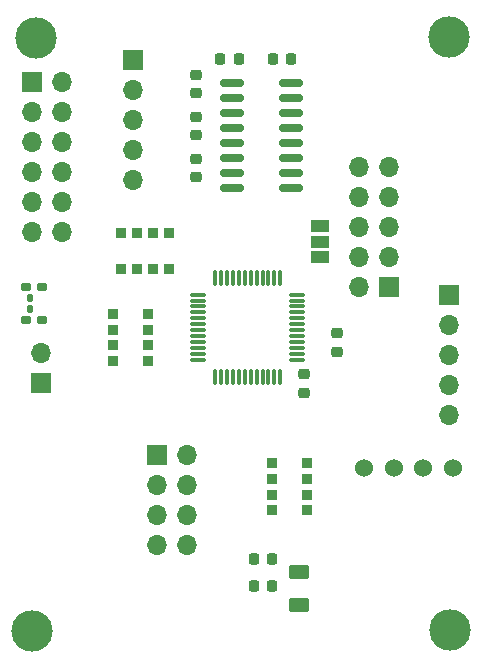
<source format=gbr>
%TF.GenerationSoftware,KiCad,Pcbnew,(6.0.9-0)*%
%TF.CreationDate,2023-01-28T22:02:16-06:00*%
%TF.ProjectId,ps2usb,70733275-7362-42e6-9b69-6361645f7063,rev?*%
%TF.SameCoordinates,Original*%
%TF.FileFunction,Soldermask,Top*%
%TF.FilePolarity,Negative*%
%FSLAX46Y46*%
G04 Gerber Fmt 4.6, Leading zero omitted, Abs format (unit mm)*
G04 Created by KiCad (PCBNEW (6.0.9-0)) date 2023-01-28 22:02:16*
%MOMM*%
%LPD*%
G01*
G04 APERTURE LIST*
G04 Aperture macros list*
%AMRoundRect*
0 Rectangle with rounded corners*
0 $1 Rounding radius*
0 $2 $3 $4 $5 $6 $7 $8 $9 X,Y pos of 4 corners*
0 Add a 4 corners polygon primitive as box body*
4,1,4,$2,$3,$4,$5,$6,$7,$8,$9,$2,$3,0*
0 Add four circle primitives for the rounded corners*
1,1,$1+$1,$2,$3*
1,1,$1+$1,$4,$5*
1,1,$1+$1,$6,$7*
1,1,$1+$1,$8,$9*
0 Add four rect primitives between the rounded corners*
20,1,$1+$1,$2,$3,$4,$5,0*
20,1,$1+$1,$4,$5,$6,$7,0*
20,1,$1+$1,$6,$7,$8,$9,0*
20,1,$1+$1,$8,$9,$2,$3,0*%
G04 Aperture macros list end*
%ADD10C,2.600000*%
%ADD11C,3.500000*%
%ADD12RoundRect,0.225000X-0.250000X0.225000X-0.250000X-0.225000X0.250000X-0.225000X0.250000X0.225000X0*%
%ADD13R,1.700000X1.700000*%
%ADD14O,1.700000X1.700000*%
%ADD15RoundRect,0.150000X0.300000X0.150000X-0.300000X0.150000X-0.300000X-0.150000X0.300000X-0.150000X0*%
%ADD16RoundRect,0.225000X0.250000X-0.225000X0.250000X0.225000X-0.250000X0.225000X-0.250000X-0.225000X0*%
%ADD17RoundRect,0.225000X-0.225000X-0.250000X0.225000X-0.250000X0.225000X0.250000X-0.225000X0.250000X0*%
%ADD18RoundRect,0.137500X0.137500X0.162500X-0.137500X0.162500X-0.137500X-0.162500X0.137500X-0.162500X0*%
%ADD19R,0.900000X0.900000*%
%ADD20C,1.524000*%
%ADD21R,1.500000X1.000000*%
%ADD22O,0.300000X1.400000*%
%ADD23O,1.400000X0.300000*%
%ADD24RoundRect,0.150000X-0.825000X-0.150000X0.825000X-0.150000X0.825000X0.150000X-0.825000X0.150000X0*%
%ADD25RoundRect,0.250000X-0.625000X0.375000X-0.625000X-0.375000X0.625000X-0.375000X0.625000X0.375000X0*%
G04 APERTURE END LIST*
D10*
%TO.C,REF\u002A\u002A*%
X134750000Y-120100000D03*
D11*
X134750000Y-120100000D03*
%TD*%
D12*
%TO.C,C9*%
X113256000Y-80161000D03*
X113256000Y-81711000D03*
%TD*%
D13*
%TO.C,EXT*%
X99375000Y-73700000D03*
D14*
X101915000Y-73700000D03*
X99375000Y-76240000D03*
X101915000Y-76240000D03*
X99375000Y-78780000D03*
X101915000Y-78780000D03*
X99375000Y-81320000D03*
X101915000Y-81320000D03*
X99375000Y-83860000D03*
X101915000Y-83860000D03*
X99375000Y-86400000D03*
X101915000Y-86400000D03*
%TD*%
D15*
%TO.C,*%
X100195000Y-93800000D03*
%TD*%
D16*
%TO.C,C4*%
X125200000Y-96500000D03*
X125200000Y-94950000D03*
%TD*%
D17*
%TO.C,C7*%
X119725000Y-71700000D03*
X121275000Y-71700000D03*
%TD*%
D14*
%TO.C,Keyboard*%
X134650000Y-101835000D03*
X134650000Y-99295000D03*
X134650000Y-96755000D03*
X134650000Y-94215000D03*
D13*
X134650000Y-91675000D03*
%TD*%
D15*
%TO.C,D1*%
X98800000Y-91050000D03*
D18*
X99125000Y-92000000D03*
X99125000Y-92900000D03*
D15*
X98800000Y-93850000D03*
%TD*%
D19*
%TO.C,RN3*%
X106168000Y-93322000D03*
X106168000Y-94662000D03*
X106168000Y-95982000D03*
X106168000Y-97322000D03*
X109168000Y-97322000D03*
X109168000Y-95982000D03*
X109168000Y-94662000D03*
X109168000Y-93322000D03*
%TD*%
D11*
%TO.C,REF\u002A\u002A*%
X99350000Y-120200000D03*
D10*
X99350000Y-120200000D03*
%TD*%
D17*
%TO.C,C1*%
X118097000Y-116332000D03*
X119647000Y-116332000D03*
%TD*%
D13*
%TO.C,USB*%
X109925000Y-105300000D03*
D14*
X112465000Y-105300000D03*
X109925000Y-107840000D03*
X112465000Y-107840000D03*
X109925000Y-110380000D03*
X112465000Y-110380000D03*
X109925000Y-112920000D03*
X112465000Y-112920000D03*
%TD*%
D10*
%TO.C,REF\u002A\u002A*%
X99700000Y-69950000D03*
D11*
X99700000Y-69950000D03*
%TD*%
D20*
%TO.C,Power*%
X127460000Y-106336400D03*
X129960000Y-106336400D03*
X132460000Y-106336400D03*
X134960000Y-106336400D03*
%TD*%
D21*
%TO.C,J1*%
X123700000Y-88500000D03*
X123700000Y-87200000D03*
X123700000Y-85900000D03*
%TD*%
D22*
%TO.C,U1*%
X120352000Y-90235000D03*
X119852000Y-90235000D03*
X119352000Y-90235000D03*
X118852000Y-90235000D03*
X118352000Y-90235000D03*
X117852000Y-90235000D03*
X117352000Y-90235000D03*
X116852000Y-90235000D03*
X116352000Y-90235000D03*
X115852000Y-90235000D03*
X115352000Y-90235000D03*
X114852000Y-90235000D03*
D23*
X113402000Y-91685000D03*
X113402000Y-92185000D03*
X113402000Y-92685000D03*
X113402000Y-93185000D03*
X113402000Y-93685000D03*
X113402000Y-94185000D03*
X113402000Y-94685000D03*
X113402000Y-95185000D03*
X113402000Y-95685000D03*
X113402000Y-96185000D03*
X113402000Y-96685000D03*
X113402000Y-97185000D03*
D22*
X114852000Y-98635000D03*
X115352000Y-98635000D03*
X115852000Y-98635000D03*
X116352000Y-98635000D03*
X116852000Y-98635000D03*
X117352000Y-98635000D03*
X117852000Y-98635000D03*
X118352000Y-98635000D03*
X118852000Y-98635000D03*
X119352000Y-98635000D03*
X119852000Y-98635000D03*
X120352000Y-98635000D03*
D23*
X121802000Y-97185000D03*
X121802000Y-96685000D03*
X121802000Y-96185000D03*
X121802000Y-95685000D03*
X121802000Y-95185000D03*
X121802000Y-94685000D03*
X121802000Y-94185000D03*
X121802000Y-93685000D03*
X121802000Y-93185000D03*
X121802000Y-92685000D03*
X121802000Y-92185000D03*
X121802000Y-91685000D03*
%TD*%
D19*
%TO.C,RN2*%
X122630000Y-109950000D03*
X122630000Y-108610000D03*
X122630000Y-107290000D03*
X122630000Y-105950000D03*
X119630000Y-105950000D03*
X119630000Y-107290000D03*
X119630000Y-108610000D03*
X119630000Y-109950000D03*
%TD*%
D24*
%TO.C,U2*%
X116275000Y-73788800D03*
X116275000Y-75058800D03*
X116275000Y-76328800D03*
X116275000Y-77598800D03*
X116275000Y-78868800D03*
X116275000Y-80138800D03*
X116275000Y-81408800D03*
X116275000Y-82678800D03*
X121225000Y-82678800D03*
X121225000Y-81408800D03*
X121225000Y-80138800D03*
X121225000Y-78868800D03*
X121225000Y-77598800D03*
X121225000Y-76328800D03*
X121225000Y-75058800D03*
X121225000Y-73788800D03*
%TD*%
D15*
%TO.C,*%
X100145000Y-91000000D03*
%TD*%
D16*
%TO.C,C6*%
X113250000Y-74599000D03*
X113250000Y-73049000D03*
%TD*%
D13*
%TO.C,PS2 Mouse*%
X107900000Y-71800000D03*
D14*
X107900000Y-74340000D03*
X107900000Y-76880000D03*
X107900000Y-79420000D03*
X107900000Y-81960000D03*
%TD*%
D17*
%TO.C,C10*%
X115275000Y-71715800D03*
X116825000Y-71715800D03*
%TD*%
%TO.C,C2*%
X118097000Y-114046000D03*
X119647000Y-114046000D03*
%TD*%
D14*
%TO.C,Serial Mouse*%
X127035000Y-80865000D03*
X129575000Y-80865000D03*
X127035000Y-83405000D03*
X129575000Y-83405000D03*
X127035000Y-85945000D03*
X129575000Y-85945000D03*
X127035000Y-88485000D03*
X129575000Y-88485000D03*
X127035000Y-91025000D03*
D13*
X129575000Y-91025000D03*
%TD*%
D11*
%TO.C,REF\u002A\u002A*%
X134600000Y-69850000D03*
D10*
X134600000Y-69850000D03*
%TD*%
D16*
%TO.C,C3*%
X122400000Y-99975000D03*
X122400000Y-98425000D03*
%TD*%
D19*
%TO.C,RN1*%
X110900000Y-86500000D03*
X109560000Y-86500000D03*
X108240000Y-86500000D03*
X106900000Y-86500000D03*
X106900000Y-89500000D03*
X108240000Y-89500000D03*
X109560000Y-89500000D03*
X110900000Y-89500000D03*
%TD*%
D16*
%TO.C,C8*%
X113250000Y-78155000D03*
X113250000Y-76605000D03*
%TD*%
D25*
%TO.C,F1*%
X121920000Y-115186000D03*
X121920000Y-117986000D03*
%TD*%
D13*
%TO.C,Switch*%
X100100000Y-99150000D03*
D14*
X100100000Y-96610000D03*
%TD*%
M02*

</source>
